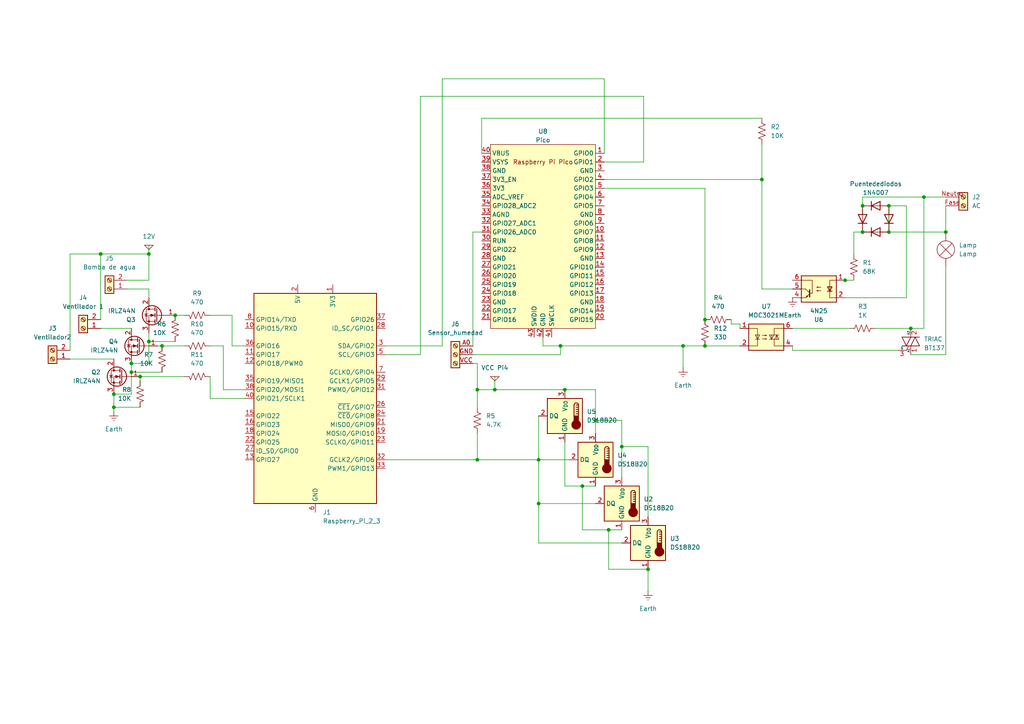
<source format=kicad_sch>
(kicad_sch (version 20231120) (generator "eeschema") (generator_version "8.0")
  (paper "A4")
  (lib_symbols
    (symbol "Connector:Raspberry_Pi_2_3"
      (property "Reference" "J1" (at 2.1941 -33.02 0))
      (property "Value" "Raspberry_Pi_2_3" (at 2.1941 -35.56 0))
      (symbol "Raspberry_Pi_2_3_0_1"
        (rectangle (start -17.78 30.48) (end 17.78 -30.48) (stroke (width 0.254)) (fill (type background)))
      )
      (symbol "Raspberry_Pi_2_3_1_1"
        (pin power_in line (at 5.08 33.02 270) (length 2.54) (name "3V3") (number "1"))
        (pin bidirectional line (at -20.32 20.32 0) (length 2.54) (name "GPIO15/RXD") (number "10"))
        (pin bidirectional line (at -20.32 12.7 0) (length 2.54) (name "GPIO17") (number "11"))
        (pin bidirectional line (at -20.32 10.16 0) (length 2.54) (name "GPIO18/PWM0") (number "12"))
        (pin bidirectional line (at -20.32 -17.78 0) (length 2.54) (name "GPIO27") (number "13"))
        (pin passive line (at 0 -33.02 90) (length 2.54) hide (name "GND") (number "14"))
        (pin bidirectional line (at -20.32 -5.08 0) (length 2.54) (name "GPIO22") (number "15"))
        (pin bidirectional line (at -20.32 -7.62 0) (length 2.54) (name "GPIO23") (number "16"))
        (pin passive line (at 5.08 33.02 270) (length 2.54) hide (name "3V3") (number "17"))
        (pin bidirectional line (at -20.32 -10.16 0) (length 2.54) (name "GPIO24") (number "18"))
        (pin bidirectional line (at 20.32 -10.16 180) (length 2.54) (name "MOSI0/GPIO10") (number "19"))
        (pin power_in line (at -5.08 33.02 270) (length 2.54) (name "5V") (number "2"))
        (pin passive line (at 0 -33.02 90) (length 2.54) hide (name "GND") (number "20"))
        (pin bidirectional line (at 20.32 -7.62 180) (length 2.54) (name "MISO0/GPIO9") (number "21"))
        (pin bidirectional line (at -20.32 -12.7 0) (length 2.54) (name "GPIO25") (number "22"))
        (pin bidirectional line (at 20.32 -12.7 180) (length 2.54) (name "SCLK0/GPIO11") (number "23"))
        (pin bidirectional line (at 20.32 -5.08 180) (length 2.54) (name "~{CE0}/GPIO8") (number "24"))
        (pin passive line (at 0 -33.02 90) (length 2.54) hide (name "GND") (number "25"))
        (pin bidirectional line (at 20.32 -2.54 180) (length 2.54) (name "~{CE1}/GPIO7") (number "26"))
        (pin bidirectional line (at -20.32 -15.24 0) (length 2.54) (name "ID_SD/GPIO0") (number "27"))
        (pin bidirectional line (at 20.32 20.32 180) (length 2.54) (name "ID_SC/GPIO1") (number "28"))
        (pin bidirectional line (at 20.32 5.08 180) (length 2.54) (name "GCLK1/GPIO5") (number "29"))
        (pin bidirectional line (at 20.32 15.24 180) (length 2.54) (name "SDA/GPIO2") (number "3"))
        (pin passive line (at 0 -33.02 90) (length 2.54) hide (name "GND") (number "30"))
        (pin bidirectional line (at 20.32 2.54 180) (length 2.54) (name "PWM0/GPIO12") (number "31"))
        (pin bidirectional line (at 20.32 -17.78 180) (length 2.54) (name "GCLK2/GPIO6") (number "32"))
        (pin bidirectional line (at 20.32 -20.32 180) (length 2.54) (name "PWM1/GPIO13") (number "33"))
        (pin passive line (at 0 -33.02 90) (length 2.54) hide (name "GND") (number "34"))
        (pin bidirectional line (at -20.32 5.08 0) (length 2.54) (name "GPIO19/MISO1") (number "35"))
        (pin bidirectional line (at -20.32 15.24 0) (length 2.54) (name "GPIO16") (number "36"))
        (pin bidirectional line (at 20.32 22.86 180) (length 2.54) (name "GPIO26") (number "37"))
        (pin bidirectional line (at -20.32 2.54 0) (length 2.54) (name "GPIO20/MOSI1") (number "38"))
        (pin passive line (at 0 -33.02 90) (length 2.54) hide (name "GND") (number "39"))
        (pin passive line (at -5.08 33.02 270) (length 2.54) hide (name "5V") (number "4"))
        (pin bidirectional line (at -20.32 0 0) (length 2.54) (name "GPIO21/SCLK1") (number "40"))
        (pin bidirectional line (at 20.32 12.7 180) (length 2.54) (name "SCL/GPIO3") (number "5"))
        (pin power_in line (at 0 -33.02 90) (length 2.54) (name "GND") (number "6"))
        (pin bidirectional line (at 20.32 7.62 180) (length 2.54) (name "GCLK0/GPIO4") (number "7"))
        (pin bidirectional line (at -20.32 22.86 0) (length 2.54) (name "GPIO14/TXD") (number "8"))
        (pin passive line (at 0 -33.02 90) (length 2.54) hide (name "GND") (number "9"))
      )
    )
    (symbol "Connector:Screw_Terminal_01x02" (pin_names (offset 1.016) hide)
      (property "Reference" "J" (at 0 2.54 0))
      (property "Value" "Screw_Terminal_01x02" (at 0 -5.08 0))
      (symbol "Screw_Terminal_01x02_1_1"
        (rectangle (start -1.27 1.27) (end 1.27 -3.81) (stroke (width 0.254)) (fill (type background)))
        (circle (center 0 -2.54) (radius 0.635) (stroke (width 0.1524)))
        (polyline (pts (xy -0.5334 -2.2098) (xy 0.3302 -3.048)) (stroke (width 0.1524)))
        (polyline (pts (xy -0.5334 0.3302) (xy 0.3302 -0.508)) (stroke (width 0.1524)))
        (polyline (pts (xy -0.3556 -2.032) (xy 0.508 -2.8702)) (stroke (width 0.1524)))
        (polyline (pts (xy -0.3556 0.508) (xy 0.508 -0.3302)) (stroke (width 0.1524)))
        (circle (center 0 0) (radius 0.635) (stroke (width 0.1524)))
        (pin passive line (at -5.08 0 0) (length 3.81) (name "Pin_1") (number "1"))
        (pin passive line (at -5.08 -2.54 0) (length 3.81) (name "Pin_2") (number "2"))
      )
    )
    (symbol "Connector:Screw_Terminal_01x03" (pin_names (offset 1.016) hide)
      (property "Reference" "J6" (at 0 -8.89 0))
      (property "Value" "Sensor_humedad" (at 0 -6.35 0))
      (symbol "Screw_Terminal_01x03_1_1"
        (rectangle (start -1.27 3.81) (end 1.27 -3.81) (stroke (width 0.254)) (fill (type background)))
        (circle (center 0 -2.54) (radius 0.635) (stroke (width 0.1524)))
        (polyline (pts (xy -0.5334 -2.2098) (xy 0.3302 -3.048)) (stroke (width 0.1524)))
        (polyline (pts (xy -0.5334 0.3302) (xy 0.3302 -0.508)) (stroke (width 0.1524)))
        (polyline (pts (xy -0.5334 2.8702) (xy 0.3302 2.032)) (stroke (width 0.1524)))
        (polyline (pts (xy -0.3556 -2.032) (xy 0.508 -2.8702)) (stroke (width 0.1524)))
        (polyline (pts (xy -0.3556 0.508) (xy 0.508 -0.3302)) (stroke (width 0.1524)))
        (polyline (pts (xy -0.3556 3.048) (xy 0.508 2.2098)) (stroke (width 0.1524)))
        (circle (center 0 0) (radius 0.635) (stroke (width 0.1524)))
        (circle (center 0 2.54) (radius 0.635) (stroke (width 0.1524)))
        (pin passive line (at -5.08 -2.54 0) (length 3.81) (name "A0") (number "A0"))
        (pin passive line (at -5.08 0 0) (length 3.81) (name "GND") (number "GND"))
        (pin passive line (at -5.08 2.54 0) (length 3.81) (name "VCC") (number "VCC"))
      )
    )
    (symbol "Device:Lamp" (pin_numbers hide) (pin_names (offset 0.0254) hide)
      (property "Reference" "LA" (at 0.635 3.81 0))
      (property "Value" "Lamp" (at 0.635 -3.81 0))
      (symbol "Lamp_0_1"
        (polyline (pts (xy -1.778 1.778) (xy 1.778 -1.778)))
        (polyline (pts (xy 1.778 1.778) (xy -1.778 -1.778)))
        (circle (center 0 0) (radius 2.54))
      )
      (symbol "Lamp_1_1"
        (pin passive line (at 0 -5.08 90) (length 2.54) (name "-") (number "1"))
        (pin passive line (at 0 5.08 270) (length 2.54) (name "+") (number "2"))
      )
    )
    (symbol "Device:R_US" (pin_numbers hide) (pin_names (offset 0))
      (property "Reference" "R" (at 2.54 0 90))
      (property "Value" "R_US" (at -2.54 0 90))
      (symbol "R_US_0_1"
        (polyline (pts (xy 0 -2.286) (xy 0 -2.54)))
        (polyline (pts (xy 0 2.286) (xy 0 2.54)))
        (polyline (pts (xy 0 -0.762) (xy 1.016 -1.143) (xy 0 -1.524) (xy -1.016 -1.905) (xy 0 -2.286)))
        (polyline (pts (xy 0 0.762) (xy 1.016 0.381) (xy 0 0) (xy -1.016 -0.381) (xy 0 -0.762)))
        (polyline (pts (xy 0 2.286) (xy 1.016 1.905) (xy 0 1.524) (xy -1.016 1.143) (xy 0 0.762)))
      )
      (symbol "R_US_1_1"
        (pin passive line (at 0 3.81 270) (length 1.27) (name "~") (number "1"))
        (pin passive line (at 0 -3.81 90) (length 1.27) (name "~") (number "2"))
      )
    )
    (symbol "Diode:1N4007" (pin_numbers hide) (pin_names hide)
      (property "Reference" "D" (at 0 2.54 0))
      (property "Value" "1N4007" (at 0 -2.54 0))
      (symbol "1N4007_0_1"
        (polyline (pts (xy -1.27 1.27) (xy -1.27 -1.27)) (stroke (width 0.254)))
        (polyline (pts (xy 1.27 0) (xy -1.27 0)))
        (polyline (pts (xy 1.27 1.27) (xy 1.27 -1.27) (xy -1.27 0) (xy 1.27 1.27)) (stroke (width 0.254)))
      )
      (symbol "1N4007_1_1"
        (pin passive line (at -3.81 0 0) (length 2.54) (name "K") (number "1"))
        (pin passive line (at 3.81 0 180) (length 2.54) (name "A") (number "2"))
      )
    )
    (symbol "Isolator:4N25" (pin_names (offset 1.016))
      (property "Reference" "U" (at -5.08 5.08 0))
      (property "Value" "4N25" (at 0 5.08 0))
      (symbol "4N25_0_1"
        (rectangle (start -5.08 3.81) (end 5.08 -3.81) (stroke (width 0.254)) (fill (type background)))
        (polyline (pts (xy -3.81 -0.635) (xy -2.54 -0.635)) (stroke (width 0.254)))
        (polyline (pts (xy 2.667 -1.397) (xy 3.81 -2.54)))
        (polyline (pts (xy 2.667 -1.143) (xy 3.81 0)))
        (polyline (pts (xy 3.81 -2.54) (xy 5.08 -2.54)))
        (polyline (pts (xy 3.81 0) (xy 5.08 0)))
        (polyline (pts (xy 2.667 -0.254) (xy 2.667 -2.286) (xy 2.667 -2.286)) (stroke (width 0.3556)))
        (polyline (pts (xy -5.08 -2.54) (xy -3.175 -2.54) (xy -3.175 2.54) (xy -5.08 2.54)))
        (polyline (pts (xy -3.175 -0.635) (xy -3.81 0.635) (xy -2.54 0.635) (xy -3.175 -0.635)) (stroke (width 0.254)))
        (polyline (pts (xy 3.683 -2.413) (xy 3.429 -1.905) (xy 3.175 -2.159) (xy 3.683 -2.413)))
        (polyline (pts (xy 5.08 2.54) (xy 1.905 2.54) (xy 1.905 -1.27) (xy 2.54 -1.27)))
        (polyline (pts (xy -0.635 -0.508) (xy 0.635 -0.508) (xy 0.254 -0.635) (xy 0.254 -0.381) (xy 0.635 -0.508)))
        (polyline (pts (xy -0.635 0.508) (xy 0.635 0.508) (xy 0.254 0.381) (xy 0.254 0.635) (xy 0.635 0.508)))
      )
      (symbol "4N25_1_1"
        (pin passive line (at -7.62 2.54 0) (length 2.54) (name "~") (number "1"))
        (pin passive line (at -7.62 -2.54 0) (length 2.54) (name "~") (number "2"))
        (pin no_connect line (at -5.08 0 0) (length 2.54) hide (name "NC") (number "3"))
        (pin passive line (at 7.62 -2.54 180) (length 2.54) (name "~") (number "4"))
        (pin passive line (at 7.62 0 180) (length 2.54) (name "~") (number "5"))
        (pin passive line (at 7.62 2.54 180) (length 2.54) (name "~") (number "6"))
      )
    )
    (symbol "MCU_RaspberryPi_and_Boards:Pico"
      (property "Reference" "U" (at -13.97 27.94 0))
      (property "Value" "Pico" (at 0 19.05 0))
      (symbol "Pico_0_0"
        (text "Raspberry Pi Pico" (at 0 21.59 0) (effects (font (size 1.27 1.27))))
      )
      (symbol "Pico_0_1"
        (rectangle (start -15.24 26.67) (end 15.24 -26.67) (fill (type background)))
      )
      (symbol "Pico_1_1"
        (pin bidirectional line (at -17.78 24.13 0) (length 2.54) (name "GPIO0") (number "1"))
        (pin bidirectional line (at -17.78 1.27 0) (length 2.54) (name "GPIO7") (number "10"))
        (pin bidirectional line (at -17.78 -1.27 0) (length 2.54) (name "GPIO8") (number "11"))
        (pin bidirectional line (at -17.78 -3.81 0) (length 2.54) (name "GPIO9") (number "12"))
        (pin power_in line (at -17.78 -6.35 0) (length 2.54) (name "GND") (number "13"))
        (pin bidirectional line (at -17.78 -8.89 0) (length 2.54) (name "GPIO10") (number "14"))
        (pin bidirectional line (at -17.78 -11.43 0) (length 2.54) (name "GPIO11") (number "15"))
        (pin bidirectional line (at -17.78 -13.97 0) (length 2.54) (name "GPIO12") (number "16"))
        (pin bidirectional line (at -17.78 -16.51 0) (length 2.54) (name "GPIO13") (number "17"))
        (pin power_in line (at -17.78 -19.05 0) (length 2.54) (name "GND") (number "18"))
        (pin bidirectional line (at -17.78 -21.59 0) (length 2.54) (name "GPIO14") (number "19"))
        (pin bidirectional line (at -17.78 21.59 0) (length 2.54) (name "GPIO1") (number "2"))
        (pin bidirectional line (at -17.78 -24.13 0) (length 2.54) (name "GPIO15") (number "20"))
        (pin bidirectional line (at 17.78 -24.13 180) (length 2.54) (name "GPIO16") (number "21"))
        (pin bidirectional line (at 17.78 -21.59 180) (length 2.54) (name "GPIO17") (number "22"))
        (pin power_in line (at 17.78 -19.05 180) (length 2.54) (name "GND") (number "23"))
        (pin bidirectional line (at 17.78 -16.51 180) (length 2.54) (name "GPIO18") (number "24"))
        (pin bidirectional line (at 17.78 -13.97 180) (length 2.54) (name "GPIO19") (number "25"))
        (pin bidirectional line (at 17.78 -11.43 180) (length 2.54) (name "GPIO20") (number "26"))
        (pin bidirectional line (at 17.78 -8.89 180) (length 2.54) (name "GPIO21") (number "27"))
        (pin power_in line (at 17.78 -6.35 180) (length 2.54) (name "GND") (number "28"))
        (pin bidirectional line (at 17.78 -3.81 180) (length 2.54) (name "GPIO22") (number "29"))
        (pin power_in line (at -17.78 19.05 0) (length 2.54) (name "GND") (number "3"))
        (pin input line (at 17.78 -1.27 180) (length 2.54) (name "RUN") (number "30"))
        (pin bidirectional line (at 17.78 1.27 180) (length 2.54) (name "GPIO26_ADC0") (number "31"))
        (pin bidirectional line (at 17.78 3.81 180) (length 2.54) (name "GPIO27_ADC1") (number "32"))
        (pin power_in line (at 17.78 6.35 180) (length 2.54) (name "AGND") (number "33"))
        (pin bidirectional line (at 17.78 8.89 180) (length 2.54) (name "GPIO28_ADC2") (number "34"))
        (pin power_in line (at 17.78 11.43 180) (length 2.54) (name "ADC_VREF") (number "35"))
        (pin power_in line (at 17.78 13.97 180) (length 2.54) (name "3V3") (number "36"))
        (pin input line (at 17.78 16.51 180) (length 2.54) (name "3V3_EN") (number "37"))
        (pin bidirectional line (at 17.78 19.05 180) (length 2.54) (name "GND") (number "38"))
        (pin power_in line (at 17.78 21.59 180) (length 2.54) (name "VSYS") (number "39"))
        (pin bidirectional line (at -17.78 16.51 0) (length 2.54) (name "GPIO2") (number "4"))
        (pin power_in line (at 17.78 24.13 180) (length 2.54) (name "VBUS") (number "40"))
        (pin input line (at -2.54 -29.21 90) (length 2.54) (name "SWCLK") (number "41"))
        (pin power_in line (at 0 -29.21 90) (length 2.54) (name "GND") (number "42"))
        (pin bidirectional line (at 2.54 -29.21 90) (length 2.54) (name "SWDIO") (number "43"))
        (pin bidirectional line (at -17.78 13.97 0) (length 2.54) (name "GPIO3") (number "5"))
        (pin bidirectional line (at -17.78 11.43 0) (length 2.54) (name "GPIO4") (number "6"))
        (pin bidirectional line (at -17.78 8.89 0) (length 2.54) (name "GPIO5") (number "7"))
        (pin power_in line (at -17.78 6.35 0) (length 2.54) (name "GND") (number "8"))
        (pin bidirectional line (at -17.78 3.81 0) (length 2.54) (name "GPIO6") (number "9"))
      )
    )
    (symbol "Relay_SolidState:MOC3021M"
      (property "Reference" "U" (at -5.334 4.826 0))
      (property "Value" "MOC3021M" (at 0 5.08 0))
      (symbol "MOC3021M_0_1"
        (rectangle (start -5.08 3.81) (end 5.08 -3.81) (stroke (width 0.254)) (fill (type background)))
        (polyline (pts (xy -3.175 -0.635) (xy -1.905 -0.635)))
        (polyline (pts (xy 1.524 -0.635) (xy 1.524 0.635)))
        (polyline (pts (xy 3.048 0.635) (xy 3.048 -0.635)))
        (polyline (pts (xy 2.286 -0.635) (xy 2.286 -2.54) (xy 5.08 -2.54)))
        (polyline (pts (xy 2.286 0.635) (xy 2.286 2.54) (xy 5.08 2.54)))
        (polyline (pts (xy -5.08 2.54) (xy -2.54 2.54) (xy -2.54 -2.54) (xy -5.08 -2.54)))
        (polyline (pts (xy -2.54 -0.635) (xy -3.175 0.635) (xy -1.905 0.635) (xy -2.54 -0.635)))
        (polyline (pts (xy 0.889 -0.635) (xy 3.683 -0.635) (xy 3.048 0.635) (xy 2.413 -0.635)))
        (polyline (pts (xy 3.683 0.635) (xy 0.889 0.635) (xy 1.524 -0.635) (xy 2.159 0.635)))
        (polyline (pts (xy -1.143 -0.508) (xy 0.127 -0.508) (xy -0.254 -0.635) (xy -0.254 -0.381) (xy 0.127 -0.508)))
        (polyline (pts (xy -1.143 0.508) (xy 0.127 0.508) (xy -0.254 0.381) (xy -0.254 0.635) (xy 0.127 0.508)))
      )
      (symbol "MOC3021M_1_1"
        (pin passive line (at -7.62 2.54 0) (length 2.54) (name "~") (number "1"))
        (pin passive line (at -7.62 -2.54 0) (length 2.54) (name "~") (number "2"))
        (pin no_connect line (at -5.08 0 0) (length 2.54) hide (name "NC") (number "3"))
        (pin passive line (at 7.62 -2.54 180) (length 2.54) (name "~") (number "4"))
        (pin no_connect line (at 5.08 0 180) (length 2.54) hide (name "NC") (number "5"))
        (pin passive line (at 7.62 2.54 180) (length 2.54) (name "~") (number "6"))
      )
    )
    (symbol "Screw_Terminal_01x02_1" (pin_names (offset 1.016) hide)
      (property "Reference" "J2" (at 2.54 0.0001 0))
      (property "Value" "AC" (at 2.54 -2.5399 0))
      (symbol "Screw_Terminal_01x02_1_1_1"
        (rectangle (start -1.27 1.27) (end 1.27 -3.81) (stroke (width 0.254)) (fill (type background)))
        (circle (center 0 -2.54) (radius 0.635) (stroke (width 0.1524)))
        (polyline (pts (xy -0.5334 -2.2098) (xy 0.3302 -3.048)) (stroke (width 0.1524)))
        (polyline (pts (xy -0.5334 0.3302) (xy 0.3302 -0.508)) (stroke (width 0.1524)))
        (polyline (pts (xy -0.3556 -2.032) (xy 0.508 -2.8702)) (stroke (width 0.1524)))
        (polyline (pts (xy -0.3556 0.508) (xy 0.508 -0.3302)) (stroke (width 0.1524)))
        (circle (center 0 0) (radius 0.635) (stroke (width 0.1524)))
        (pin passive line (at -5.08 -2.54 0) (length 3.81) (name "Fase") (number "Fase"))
        (pin passive line (at -5.08 0 0) (length 3.81) (name "Neutro") (number "Neutro"))
      )
    )
    (symbol "Sensor_Temperature:DS18B20"
      (property "Reference" "U" (at -3.81 6.35 0))
      (property "Value" "DS18B20" (at 6.35 6.35 0))
      (symbol "DS18B20_0_1"
        (rectangle (start -5.08 5.08) (end 5.08 -5.08) (stroke (width 0.254)) (fill (type background)))
        (circle (center -3.302 -2.54) (radius 1.27) (stroke (width 0.254)) (fill (type outline)))
        (rectangle (start -2.667 -1.905) (end -3.937 0) (stroke (width 0.254)) (fill (type outline)))
        (arc (start -2.667 3.175) (mid -3.302 3.8073) (end -3.937 3.175) (stroke (width 0.254)))
        (polyline (pts (xy -3.937 0.635) (xy -3.302 0.635)) (stroke (width 0.254)))
        (polyline (pts (xy -3.937 1.27) (xy -3.302 1.27)) (stroke (width 0.254)))
        (polyline (pts (xy -3.937 1.905) (xy -3.302 1.905)) (stroke (width 0.254)))
        (polyline (pts (xy -3.937 2.54) (xy -3.302 2.54)) (stroke (width 0.254)))
        (polyline (pts (xy -3.937 3.175) (xy -3.937 0)) (stroke (width 0.254)))
        (polyline (pts (xy -3.937 3.175) (xy -3.302 3.175)) (stroke (width 0.254)))
        (polyline (pts (xy -2.667 3.175) (xy -2.667 0)) (stroke (width 0.254)))
      )
      (symbol "DS18B20_1_1"
        (pin power_in line (at 0 -7.62 90) (length 2.54) (name "GND") (number "1"))
        (pin bidirectional line (at 7.62 0 180) (length 2.54) (name "DQ") (number "2"))
        (pin power_in line (at 0 7.62 270) (length 2.54) (name "V_{DD}") (number "3"))
      )
    )
    (symbol "Simulation_SPICE:0" (power) (pin_numbers hide) (pin_names (offset 0) hide)
      (property "Value" "0" (at 0 -2.54 0))
      (symbol "0_0_1"
        (polyline (pts (xy -1.27 0) (xy 0 -1.27) (xy 1.27 0) (xy -1.27 0)))
      )
      (symbol "0_1_1"
        (pin power_in line (at 0 0 0) (length 0) (name "~") (number "1"))
      )
    )
    (symbol "Transistor_FET:IRLZ44N" (pin_names hide)
      (property "Reference" "Q" (at 5.08 1.905 0))
      (property "Value" "IRLZ44N" (at 5.08 0 0))
      (symbol "IRLZ44N_0_1"
        (polyline (pts (xy 0.254 0) (xy -2.54 0)))
        (polyline (pts (xy 0.254 1.905) (xy 0.254 -1.905)) (stroke (width 0.254)))
        (polyline (pts (xy 0.762 -1.27) (xy 0.762 -2.286)) (stroke (width 0.254)))
        (polyline (pts (xy 0.762 0.508) (xy 0.762 -0.508)) (stroke (width 0.254)))
        (polyline (pts (xy 0.762 2.286) (xy 0.762 1.27)) (stroke (width 0.254)))
        (polyline (pts (xy 2.54 2.54) (xy 2.54 1.778)))
        (polyline (pts (xy 2.54 -2.54) (xy 2.54 0) (xy 0.762 0)))
        (polyline (pts (xy 0.762 -1.778) (xy 3.302 -1.778) (xy 3.302 1.778) (xy 0.762 1.778)))
        (polyline (pts (xy 1.016 0) (xy 2.032 0.381) (xy 2.032 -0.381) (xy 1.016 0)) (fill (type outline)))
        (polyline (pts (xy 2.794 0.508) (xy 2.921 0.381) (xy 3.683 0.381) (xy 3.81 0.254)))
        (polyline (pts (xy 3.302 0.381) (xy 2.921 -0.254) (xy 3.683 -0.254) (xy 3.302 0.381)))
        (circle (center 1.651 0) (radius 2.794) (stroke (width 0.254)))
        (circle (center 2.54 -1.778) (radius 0.254) (fill (type outline)))
        (circle (center 2.54 1.778) (radius 0.254) (fill (type outline)))
      )
      (symbol "IRLZ44N_1_1"
        (pin input line (at -5.08 0 0) (length 2.54) (name "G") (number "1"))
        (pin passive line (at 2.54 5.08 270) (length 2.54) (name "D") (number "2"))
        (pin passive line (at 2.54 -5.08 90) (length 2.54) (name "S") (number "3"))
      )
    )
    (symbol "Triac_Thyristor:BT138-600" (pin_names (offset 0))
      (property "Reference" "Q" (at 5.08 1.905 0))
      (property "Value" "BT138-600" (at 5.08 0 0))
      (symbol "BT138-600_0_1"
        (polyline (pts (xy -2.54 -1.27) (xy 2.54 -1.27)) (stroke (width 0.2032)))
        (polyline (pts (xy -2.54 1.27) (xy 2.54 1.27)) (stroke (width 0.2032)))
        (polyline (pts (xy -1.27 -2.54) (xy -0.635 -1.27)))
        (polyline (pts (xy -2.54 1.27) (xy -1.27 -1.27) (xy 0 1.27)) (stroke (width 0.2032)))
        (polyline (pts (xy 0 -1.27) (xy 1.27 1.27) (xy 2.54 -1.27)) (stroke (width 0.2032)))
      )
      (symbol "BT138-600_1_1"
        (pin passive line (at 0 -3.81 90) (length 2.54) (name "A1") (number "1"))
        (pin passive line (at 0 3.81 270) (length 2.54) (name "A2") (number "2"))
        (pin input line (at -3.81 -2.54 0) (length 2.54) (name "G") (number "3"))
      )
    )
    (symbol "power:Earth" (power) (pin_numbers hide) (pin_names (offset 0) hide)
      (property "Value" "Earth" (at 0 -3.81 0))
      (symbol "Earth_0_1"
        (polyline (pts (xy -0.635 -1.905) (xy 0.635 -1.905)))
        (polyline (pts (xy -0.127 -2.54) (xy 0.127 -2.54)))
        (polyline (pts (xy 0 -1.27) (xy 0 0)))
        (polyline (pts (xy 1.27 -1.27) (xy -1.27 -1.27)))
      )
      (symbol "Earth_1_1"
        (pin power_in line (at 0 0 270) (length 0) (name "~") (number "1"))
      )
    )
  )
  (junction (at 176.53 153.67))
  (junction (at 162.56 100.33))
  (junction (at 43.18 73.66))
  (junction (at 156.21 133.35))
  (junction (at 198.12 100.33))
  (junction (at 46.99 100.33))
  (junction (at 163.83 113.03))
  (junction (at 143.51 113.03))
  (junction (at 33.02 118.11))
  (junction (at 204.47 100.33))
  (junction (at 274.32 67.31))
  (junction (at 204.47 92.71))
  (junction (at 50.8 91.44))
  (junction (at 257.81 67.31))
  (junction (at 172.72 121.92))
  (junction (at 138.43 133.35))
  (junction (at 38.1 105.41))
  (junction (at 264.16 95.25))
  (junction (at 33.02 114.3))
  (junction (at 138.43 113.03))
  (junction (at 29.21 73.66))
  (junction (at 267.97 57.15))
  (junction (at 180.34 129.54))
  (junction (at 168.91 140.97))
  (junction (at 40.64 109.22))
  (junction (at 245.11 81.28))
  (junction (at 156.21 146.05))
  (junction (at 250.19 67.31))
  (junction (at 250.19 59.69))
  (junction (at 257.81 59.69))
  (junction (at 38.1 107.95))
  (junction (at 187.96 165.1))
  (junction (at 220.98 52.07))
  (junction (at 43.18 99.06))
  (wire (pts (xy 204.47 54.61) (xy 204.47 92.71)))
  (wire (pts (xy 172.72 121.92) (xy 172.72 125.73)))
  (wire (pts (xy 137.16 102.87) (xy 162.56 102.87)))
  (wire (pts (xy 137.16 105.41) (xy 138.43 105.41)))
  (wire (pts (xy 247.65 67.31) (xy 250.19 67.31)))
  (wire (pts (xy 172.72 146.05) (xy 156.21 146.05)))
  (wire (pts (xy 262.89 59.69) (xy 262.89 86.36)))
  (wire (pts (xy 53.34 91.44) (xy 50.8 91.44)))
  (wire (pts (xy 33.02 118.11) (xy 33.02 119.38)))
  (wire (pts (xy 212.09 93.98) (xy 214.63 93.98)))
  (wire (pts (xy 187.96 165.1) (xy 176.53 165.1)))
  (wire (pts (xy 229.87 101.6) (xy 229.87 100.33)))
  (wire (pts (xy 220.98 41.91) (xy 220.98 52.07)))
  (wire (pts (xy 175.26 22.86) (xy 175.26 44.45)))
  (wire (pts (xy 186.69 27.94) (xy 186.69 46.99)))
  (wire (pts (xy 162.56 100.33) (xy 198.12 100.33)))
  (wire (pts (xy 247.65 73.66) (xy 247.65 67.31)))
  (wire (pts (xy 137.16 67.31) (xy 139.7 67.31)))
  (wire (pts (xy 250.19 59.69) (xy 250.19 57.15)))
  (wire (pts (xy 229.87 101.6) (xy 260.35 101.6)))
  (wire (pts (xy 43.18 96.52) (xy 43.18 99.06)))
  (wire (pts (xy 180.34 153.67) (xy 176.53 153.67)))
  (wire (pts (xy 64.77 100.33) (xy 64.77 113.03)))
  (wire (pts (xy 176.53 153.67) (xy 168.91 153.67)))
  (wire (pts (xy 60.96 115.57) (xy 71.12 115.57)))
  (wire (pts (xy 180.34 138.43) (xy 180.34 129.54)))
  (wire (pts (xy 254 95.25) (xy 264.16 95.25)))
  (wire (pts (xy 157.48 100.33) (xy 162.56 100.33)))
  (wire (pts (xy 46.99 107.95) (xy 38.1 107.95)))
  (wire (pts (xy 156.21 133.35) (xy 165.1 133.35)))
  (wire (pts (xy 43.18 73.66) (xy 43.18 71.12)))
  (wire (pts (xy 128.27 22.86) (xy 175.26 22.86)))
  (wire (pts (xy 64.77 113.03) (xy 71.12 113.03)))
  (wire (pts (xy 168.91 153.67) (xy 168.91 140.97)))
  (wire (pts (xy 138.43 113.03) (xy 143.51 113.03)))
  (wire (pts (xy 245.11 81.28) (xy 247.65 81.28)))
  (wire (pts (xy 204.47 100.33) (xy 214.63 100.33)))
  (wire (pts (xy 29.21 92.71) (xy 29.21 73.66)))
  (wire (pts (xy 187.96 149.86) (xy 187.96 129.54)))
  (wire (pts (xy 175.26 54.61) (xy 204.47 54.61)))
  (wire (pts (xy 198.12 100.33) (xy 198.12 106.68)))
  (wire (pts (xy 214.63 93.98) (xy 214.63 95.25)))
  (wire (pts (xy 257.81 59.69) (xy 262.89 59.69)))
  (wire (pts (xy 274.32 102.87) (xy 264.16 102.87)))
  (wire (pts (xy 168.91 140.97) (xy 172.72 140.97)))
  (wire (pts (xy 53.34 109.22) (xy 40.64 109.22)))
  (wire (pts (xy 172.72 113.03) (xy 172.72 121.92)))
  (wire (pts (xy 60.96 100.33) (xy 64.77 100.33)))
  (wire (pts (xy 40.64 118.11) (xy 33.02 118.11)))
  (wire (pts (xy 229.87 95.25) (xy 246.38 95.25)))
  (wire (pts (xy 187.96 165.1) (xy 187.96 171.45)))
  (wire (pts (xy 60.96 91.44) (xy 67.31 91.44)))
  (wire (pts (xy 36.83 83.82) (xy 43.18 83.82)))
  (wire (pts (xy 121.92 27.94) (xy 121.92 102.87)))
  (wire (pts (xy 267.97 95.25) (xy 264.16 95.25)))
  (wire (pts (xy 242.57 81.28) (xy 245.11 81.28)))
  (wire (pts (xy 67.31 91.44) (xy 67.31 100.33)))
  (wire (pts (xy 33.02 104.14) (xy 20.32 104.14)))
  (wire (pts (xy 43.18 105.41) (xy 38.1 105.41)))
  (wire (pts (xy 33.02 114.3) (xy 38.1 114.3)))
  (wire (pts (xy 138.43 133.35) (xy 111.76 133.35)))
  (wire (pts (xy 163.83 113.03) (xy 172.72 113.03)))
  (wire (pts (xy 46.99 100.33) (xy 45.72 100.33)))
  (wire (pts (xy 33.02 114.3) (xy 33.02 118.11)))
  (wire (pts (xy 212.09 92.71) (xy 212.09 93.98)))
  (wire (pts (xy 176.53 165.1) (xy 176.53 153.67)))
  (wire (pts (xy 111.76 100.33) (xy 128.27 100.33)))
  (wire (pts (xy 175.26 52.07) (xy 220.98 52.07)))
  (wire (pts (xy 137.16 67.31) (xy 137.16 100.33)))
  (wire (pts (xy 138.43 113.03) (xy 138.43 118.11)))
  (wire (pts (xy 198.12 100.33) (xy 204.47 100.33)))
  (wire (pts (xy 274.32 59.69) (xy 274.32 67.31)))
  (wire (pts (xy 43.18 81.28) (xy 43.18 73.66)))
  (wire (pts (xy 220.98 83.82) (xy 229.87 83.82)))
  (wire (pts (xy 267.97 57.15) (xy 274.32 57.15)))
  (wire (pts (xy 156.21 157.48) (xy 156.21 146.05)))
  (wire (pts (xy 180.34 157.48) (xy 156.21 157.48)))
  (wire (pts (xy 139.7 34.29) (xy 220.98 34.29)))
  (wire (pts (xy 40.64 110.49) (xy 40.64 109.22)))
  (wire (pts (xy 43.18 99.06) (xy 43.18 105.41)))
  (wire (pts (xy 163.83 140.97) (xy 168.91 140.97)))
  (wire (pts (xy 157.48 100.33) (xy 157.48 97.79)))
  (wire (pts (xy 187.96 129.54) (xy 180.34 129.54)))
  (wire (pts (xy 143.51 113.03) (xy 163.83 113.03)))
  (wire (pts (xy 267.97 57.15) (xy 267.97 95.25)))
  (wire (pts (xy 29.21 73.66) (xy 20.32 73.66)))
  (wire (pts (xy 60.96 109.22) (xy 60.96 115.57)))
  (wire (pts (xy 262.89 86.36) (xy 245.11 86.36)))
  (wire (pts (xy 156.21 120.65) (xy 156.21 133.35)))
  (wire (pts (xy 121.92 102.87) (xy 111.76 102.87)))
  (wire (pts (xy 53.34 100.33) (xy 46.99 100.33)))
  (wire (pts (xy 250.19 57.15) (xy 267.97 57.15)))
  (wire (pts (xy 175.26 46.99) (xy 186.69 46.99)))
  (wire (pts (xy 139.7 44.45) (xy 139.7 34.29)))
  (wire (pts (xy 162.56 102.87) (xy 162.56 100.33)))
  (wire (pts (xy 43.18 73.66) (xy 29.21 73.66)))
  (wire (pts (xy 138.43 105.41) (xy 138.43 113.03)))
  (wire (pts (xy 38.1 95.25) (xy 29.21 95.25)))
  (wire (pts (xy 43.18 83.82) (xy 43.18 86.36)))
  (wire (pts (xy 50.8 99.06) (xy 43.18 99.06)))
  (wire (pts (xy 36.83 81.28) (xy 43.18 81.28)))
  (wire (pts (xy 180.34 121.92) (xy 172.72 121.92)))
  (wire (pts (xy 274.32 77.47) (xy 274.32 102.87)))
  (wire (pts (xy 128.27 100.33) (xy 128.27 22.86)))
  (wire (pts (xy 156.21 146.05) (xy 156.21 133.35)))
  (wire (pts (xy 220.98 52.07) (xy 220.98 83.82)))
  (wire (pts (xy 20.32 101.6) (xy 20.32 73.66)))
  (wire (pts (xy 138.43 133.35) (xy 138.43 125.73)))
  (wire (pts (xy 38.1 107.95) (xy 38.1 105.41)))
  (wire (pts (xy 143.51 109.22) (xy 143.51 113.03)))
  (wire (pts (xy 163.83 128.27) (xy 163.83 140.97)))
  (wire (pts (xy 257.81 67.31) (xy 274.32 67.31)))
  (wire (pts (xy 38.1 114.3) (xy 38.1 107.95)))
  (wire (pts (xy 180.34 129.54) (xy 180.34 121.92)))
  (wire (pts (xy 121.92 27.94) (xy 186.69 27.94)))
  (wire (pts (xy 257.81 59.69) (xy 257.81 67.31)))
  (wire (pts (xy 67.31 100.33) (xy 71.12 100.33)))
  (wire (pts (xy 138.43 133.35) (xy 156.21 133.35)))
  (symbol (lib_id "Device:R_US") (at 247.65 77.47 0) (unit 1)
    (property "Reference" "R1" (at 250.19 76.1999 0) (effects (justify left)))
    (property "Value" "68K" (at 250.19 78.7399 0) (effects (justify left)))
    (property "Description" "Resistor, US symbol" (effects (hide yes)))
  )
  (symbol (lib_id "Device:R_US") (at 57.15 100.33 270) (mirror x) (unit 1)
    (property "Reference" "R10" (at 57.15 93.98 90))
    (property "Value" "470" (at 57.15 96.52 90))
    (property "Description" "Resistor, US symbol" (effects (hide yes)))
  )
  (symbol (lib_id "Device:R_US") (at 40.64 114.3 0) (mirror y) (unit 1)
    (property "Reference" "R8" (at 38.1 113.0299 0) (effects (justify left)))
    (property "Value" "10K" (at 38.1 115.5699 0) (effects (justify left)))
    (property "Description" "Resistor, US symbol" (effects (hide yes)))
  )
  (symbol (lib_id "Device:R_US") (at 57.15 91.44 270) (mirror x) (unit 1)
    (property "Reference" "R9" (at 57.15 85.09 90))
    (property "Value" "470" (at 57.15 87.63 90))
    (property "Description" "Resistor, US symbol" (effects (hide yes)))
  )
  (symbol (lib_id "Device:R_US") (at 220.98 38.1 0) (unit 1)
    (property "Reference" "R2" (at 223.52 36.8299 0) (effects (justify left)))
    (property "Value" "10K" (at 223.52 39.3699 0) (effects (justify left)))
    (property "Description" "Resistor, US symbol" (effects (hide yes)))
  )
  (symbol (lib_id "Isolator:4N25") (at 237.49 83.82 0) (mirror y) (unit 1)
    (property "Reference" "U6" (at 237.49 92.71 0))
    (property "Value" "4N25" (at 237.49 90.17 0))
    (property "Footprint" "Package_DIP:DIP-6_W7.62mm" (effects (hide yes)))
    (property "Datasheet" "https://www.vishay.com/docs/83725/4n25.pdf" (effects (hide yes)))
    (property "Description" "DC Optocoupler Base Connected, Vce 30V, CTR 20%, Viso 2500V, DIP6" (effects (hide yes)))
  )
  (symbol (lib_id "Sensor_Temperature:DS18B20") (at 187.96 157.48 0) (mirror y) (unit 1)
    (property "Reference" "U3" (at 194.31 156.2099 0) (effects (justify right)))
    (property "Value" "DS18B20" (at 194.31 158.7499 0) (effects (justify right)))
    (property "Footprint" "Package_TO_SOT_THT:TO-92_Inline" (effects (hide yes)))
    (property "Datasheet" "http://datasheets.maximintegrated.com/en/ds/DS18B20.pdf" (effects (hide yes)))
    (property "Description" "Programmable Resolution 1-Wire Digital Thermometer TO-92" (effects (hide yes)))
  )
  (symbol (lib_id "Device:R_US") (at 138.43 121.92 0) (unit 1)
    (property "Reference" "R5" (at 140.97 120.6499 0) (effects (justify left)))
    (property "Value" "4.7K" (at 140.97 123.1899 0) (effects (justify left)))
    (property "Description" "Resistor, US symbol" (effects (hide yes)))
  )
  (symbol (lib_id "Connector:Screw_Terminal_01x02") (at 31.75 83.82 180) (unit 1)
    (property "Reference" "J5" (at 31.75 74.93 0))
    (property "Value" "Bomba de agua" (at 31.75 77.47 0))
    (property "Description" "Generic screw terminal, single row, 01x02, script generated (kicad-library-utils/schlib/autogen/connector/)" (effects (hide yes)))
  )
  (symbol (lib_id "Simulation_SPICE:0") (at 143.51 109.22 0) (unit 1)
    (property "Reference" "#GND02" (effects (hide yes)))
    (property "Value" "VCC Pi4" (at 143.51 106.68 0))
    (property "Datasheet" "https://ngspice.sourceforge.io/docs/ngspice-html-manual/manual.xhtml#subsec_Circuit_elements__device" (effects (hide yes)))
    (property "Description" "0V reference potential for simulation" (effects (hide yes)))
  )
  (symbol (lib_id "MCU_RaspberryPi_and_Boards:Pico") (at 157.48 68.58 0) (mirror y) (unit 1)
    (property "Reference" "U8" (at 157.48 38.1 0))
    (property "Value" "Pico" (at 157.48 40.64 0))
    (property "Footprint" "MCU_RaspberryPi_and_Boards:RPi_Pico_SMD_TH" (effects (hide yes)))
  )
  (symbol (lib_id "Sensor_Temperature:DS18B20") (at 163.83 120.65 0) (mirror y) (unit 1)
    (property "Reference" "U5" (at 170.18 119.3799 0) (effects (justify right)))
    (property "Value" "DS18B20" (at 170.18 121.9199 0) (effects (justify right)))
    (property "Footprint" "Package_TO_SOT_THT:TO-92_Inline" (effects (hide yes)))
    (property "Datasheet" "http://datasheets.maximintegrated.com/en/ds/DS18B20.pdf" (effects (hide yes)))
    (property "Description" "Programmable Resolution 1-Wire Digital Thermometer TO-92" (effects (hide yes)))
  )
  (symbol (lib_id "Connector:Screw_Terminal_01x02") (at 24.13 95.25 180) (unit 1)
    (property "Reference" "J4" (at 24.13 86.36 0))
    (property "Value" "Ventilador 1" (at 24.13 88.9 0))
    (property "Description" "Generic screw terminal, single row, 01x02, script generated (kicad-library-utils/schlib/autogen/connector/)" (effects (hide yes)))
  )
  (symbol (lib_id "Connector:Raspberry_Pi_2_3") (at 91.44 115.57 0) (unit 1)
    (property "Reference" "J1" (at 93.6341 148.59 0) (effects (justify left)))
    (property "Value" "Raspberry_Pi_2_3" (at 93.6341 151.13 0) (effects (justify left)))
    (property "Datasheet" "https://www.raspberrypi.org/documentation/hardware/raspberrypi/schematics/rpi_SCH_3bplus_1p0_reduced.pdf" (effects (hide yes)))
    (property "Description" "expansion header for Raspberry Pi 2 & 3" (effects (hide yes)))
  )
  (symbol (lib_id "power:Earth") (at 198.12 106.68 0) (unit 1)
    (property "Reference" "#PWR03" (effects (hide yes)))
    (property "Value" "Earth" (at 198.12 111.76 0))
    (property "Description" "Power symbol creates a global label with name \"Earth\"" (effects (hide yes)))
  )
  (symbol (lib_id "Connector:Screw_Terminal_01x02") (at 15.24 104.14 180) (unit 1)
    (property "Reference" "J3" (at 15.24 95.25 0))
    (property "Value" "Ventilador2" (at 15.24 97.79 0))
    (property "Description" "Generic screw terminal, single row, 01x02, script generated (kicad-library-utils/schlib/autogen/connector/)" (effects (hide yes)))
  )
  (symbol (lib_id "Device:R_US") (at 208.28 92.71 90) (unit 1)
    (property "Reference" "R4" (at 208.28 86.36 90))
    (property "Value" "470" (at 208.28 88.9 90))
    (property "Description" "Resistor, US symbol" (effects (hide yes)))
  )
  (symbol (lib_id "Device:R_US") (at 204.47 96.52 180) (unit 1)
    (property "Reference" "R12" (at 207.01 95.2499 0) (effects (justify right)))
    (property "Value" "330" (at 207.01 97.7899 0) (effects (justify right)))
    (property "Description" "Resistor, US symbol" (effects (hide yes)))
  )
  (symbol (lib_id "Diode:1N4007") (at 250.19 63.5 90) (unit 1)
    (property "Reference" "D4" (effects (hide yes)))
    (property "Value" "1N4007" (effects (hide yes)))
    (property "Footprint" "Diode_THT:D_DO-41_SOD81_P10.16mm_Horizontal" (effects (hide yes)))
    (property "Datasheet" "http://www.vishay.com/docs/88503/1n4001.pdf" (effects (hide yes)))
    (property "Description" "1000V 1A General Purpose Rectifier Diode, DO-41" (effects (hide yes)))
    (property "Sim.Device" "D" (effects (hide yes)))
    (property "Sim.Pins" "1=K 2=A" (effects (hide yes)))
  )
  (symbol (lib_id "Diode:1N4007") (at 257.81 63.5 90) (unit 1)
    (property "Reference" "D3" (effects (hide yes)))
    (property "Value" "1N4007" (effects (hide yes)))
    (property "Footprint" "Diode_THT:D_DO-41_SOD81_P10.16mm_Horizontal" (effects (hide yes)))
    (property "Datasheet" "http://www.vishay.com/docs/88503/1n4001.pdf" (effects (hide yes)))
    (property "Description" "1000V 1A General Purpose Rectifier Diode, DO-41" (effects (hide yes)))
    (property "Sim.Device" "D" (effects (hide yes)))
    (property "Sim.Pins" "1=K 2=A" (effects (hide yes)))
  )
  (symbol (lib_id "power:Earth") (at 187.96 171.45 0) (unit 1)
    (property "Reference" "#PWR01" (effects (hide yes)))
    (property "Value" "Earth" (at 187.96 176.53 0))
    (property "Description" "Power symbol creates a global label with name \"Earth\"" (effects (hide yes)))
  )
  (symbol (lib_id "Transistor_FET:IRLZ44N") (at 35.56 109.22 0) (mirror y) (unit 1)
    (property "Reference" "Q2" (at 29.21 107.9499 0) (effects (justify left)))
    (property "Value" "IRLZ44N" (at 29.21 110.4899 0) (effects (justify left)))
    (property "Footprint" "Package_TO_SOT_THT:TO-220-3_Vertical" (effects (hide yes)))
    (property "Datasheet" "http://www.irf.com/product-info/datasheets/data/irlz44n.pdf" (effects (hide yes)))
    (property "Description" "47A Id, 55V Vds, 22mOhm Rds Single N-Channel HEXFET Power MOSFET, TO-220AB" (effects (hide yes)))
  )
  (symbol (lib_id "Triac_Thyristor:BT138-600") (at 264.16 99.06 0) (unit 1)
    (property "Reference" "TRIAC" (at 267.97 98.3741 0) (effects (justify left)))
    (property "Value" "BT137" (at 267.97 100.9141 0) (effects (justify left)))
    (property "Footprint" "Package_TO_SOT_THT:TO-220-3_Vertical" (effects (hide yes)))
    (property "Datasheet" "https://assets.nexperia.com/documents/data-sheet/BT138_SER_D_E.pdf" (effects (hide yes)))
    (property "Description" "12A RMS, 600V Off-State Voltage, Triac, TO-220" (effects (hide yes)))
  )
  (symbol (lib_id "Device:R_US") (at 50.8 95.25 0) (mirror y) (unit 1)
    (property "Reference" "R6" (at 48.26 93.9799 0) (effects (justify left)))
    (property "Value" "10K" (at 48.26 96.5199 0) (effects (justify left)))
    (property "Description" "Resistor, US symbol" (effects (hide yes)))
  )
  (symbol (lib_id "Diode:1N4007") (at 254 67.31 0) (unit 1)
    (property "Reference" "D2" (effects (hide yes)))
    (property "Value" "1N4007" (effects (hide yes)))
    (property "Footprint" "Diode_THT:D_DO-41_SOD81_P10.16mm_Horizontal" (effects (hide yes)))
    (property "Datasheet" "http://www.vishay.com/docs/88503/1n4001.pdf" (effects (hide yes)))
    (property "Description" "1000V 1A General Purpose Rectifier Diode, DO-41" (effects (hide yes)))
    (property "Sim.Device" "D" (effects (hide yes)))
    (property "Sim.Pins" "1=K 2=A" (effects (hide yes)))
  )
  (symbol (lib_id "power:Earth") (at 33.02 119.38 0) (mirror y) (unit 1)
    (property "Reference" "#PWR02" (effects (hide yes)))
    (property "Value" "Earth" (at 33.02 124.46 0))
    (property "Description" "Power symbol creates a global label with name \"Earth\"" (effects (hide yes)))
  )
  (symbol (lib_id "Relay_SolidState:MOC3021M") (at 222.25 97.79 0) (unit 1)
    (property "Reference" "U7" (at 222.25 88.9 0))
    (property "Value" "MOC3021M" (at 222.25 91.44 0))
    (property "Datasheet" "https://www.onsemi.com/pub/Collateral/MOC3023M-D.PDF" (effects (hide yes)))
    (property "Description" "Random Phase Opto-Triac, Vdrm 400V, Ift 15mA, DIP6" (effects (hide yes)))
  )
  (symbol (lib_id "Connector:Screw_Terminal_01x03") (at 132.08 102.87 180) (unit 1)
    (property "Reference" "J6" (at 132.08 93.98 0))
    (property "Value" "Sensor_humedad" (at 132.08 96.52 0))
    (property "Description" "Generic screw terminal, single row, 01x03, script generated (kicad-library-utils/schlib/autogen/connector/)" (effects (hide yes)))
  )
  (symbol (lib_id "Device:R_US") (at 46.99 104.14 0) (mirror y) (unit 1)
    (property "Reference" "R7" (at 44.45 102.8699 0) (effects (justify left)))
    (property "Value" "10K" (at 44.45 105.4099 0) (effects (justify left)))
    (property "Description" "Resistor, US symbol" (effects (hide yes)))
  )
  (symbol (lib_id "Sensor_Temperature:DS18B20") (at 172.72 133.35 0) (mirror y) (unit 1)
    (property "Reference" "U4" (at 179.07 132.0799 0) (effects (justify right)))
    (property "Value" "DS18B20" (at 179.07 134.6199 0) (effects (justify right)))
    (property "Footprint" "Package_TO_SOT_THT:TO-92_Inline" (effects (hide yes)))
    (property "Datasheet" "http://datasheets.maximintegrated.com/en/ds/DS18B20.pdf" (effects (hide yes)))
    (property "Description" "Programmable Resolution 1-Wire Digital Thermometer TO-92" (effects (hide yes)))
  )
  (symbol (lib_id "Device:R_US") (at 250.19 95.25 90) (unit 1)
    (property "Reference" "R3" (at 250.19 88.9 90))
    (property "Value" "1K" (at 250.19 91.44 90))
    (property "Description" "Resistor, US symbol" (effects (hide yes)))
  )
  (symbol (lib_id "Device:R_US") (at 57.15 109.22 270) (mirror x) (unit 1)
    (property "Reference" "R11" (at 57.15 102.87 90))
    (property "Value" "470" (at 57.15 105.41 90))
    (property "Description" "Resistor, US symbol" (effects (hide yes)))
  )
  (symbol (lib_id "Simulation_SPICE:0") (at 43.18 71.12 0) (unit 1)
    (property "Reference" "#GND01" (effects (hide yes)))
    (property "Value" "12V" (at 43.18 68.58 0))
    (property "Datasheet" "https://ngspice.sourceforge.io/docs/ngspice-html-manual/manual.xhtml#subsec_Circuit_elements__device" (effects (hide yes)))
    (property "Description" "0V reference potential for simulation" (effects (hide yes)))
  )
  (symbol (lib_name "Screw_Terminal_01x02_1") (lib_id "Connector:Screw_Terminal_01x02") (at 279.4 57.15 0) (unit 1)
    (property "Reference" "J2" (at 281.94 57.1499 0) (effects (justify left)))
    (property "Value" "AC" (at 281.94 59.6899 0) (effects (justify left)))
    (property "Description" "Generic screw terminal, single row, 01x02, script generated (kicad-library-utils/schlib/autogen/connector/)" (effects (hide yes)))
  )
  (symbol (lib_id "Sensor_Temperature:DS18B20") (at 180.34 146.05 0) (mirror y) (unit 1)
    (property "Reference" "U2" (at 186.69 144.7799 0) (effects (justify right)))
    (property "Value" "DS18B20" (at 186.69 147.3199 0) (effects (justify right)))
    (property "Footprint" "Package_TO_SOT_THT:TO-92_Inline" (effects (hide yes)))
    (property "Datasheet" "http://datasheets.maximintegrated.com/en/ds/DS18B20.pdf" (effects (hide yes)))
    (property "Description" "Programmable Resolution 1-Wire Digital Thermometer TO-92" (effects (hide yes)))
  )
  (symbol (lib_id "Transistor_FET:IRLZ44N") (at 40.64 100.33 0) (mirror y) (unit 1)
    (property "Reference" "Q4" (at 34.29 99.0599 0) (effects (justify left)))
    (property "Value" "IRLZ44N" (at 34.29 101.5999 0) (effects (justify left)))
    (property "Footprint" "Package_TO_SOT_THT:TO-220-3_Vertical" (effects (hide yes)))
    (property "Datasheet" "http://www.irf.com/product-info/datasheets/data/irlz44n.pdf" (effects (hide yes)))
    (property "Description" "47A Id, 55V Vds, 22mOhm Rds Single N-Channel HEXFET Power MOSFET, TO-220AB" (effects (hide yes)))
  )
  (symbol (lib_id "Transistor_FET:IRLZ44N") (at 45.72 91.44 0) (mirror y) (unit 1)
    (property "Reference" "Q3" (at 39.37 92.7101 0) (effects (justify left)))
    (property "Value" "IRLZ44N" (at 39.37 90.1701 0) (effects (justify left)))
    (property "Footprint" "Package_TO_SOT_THT:TO-220-3_Vertical" (effects (hide yes)))
    (property "Datasheet" "http://www.irf.com/product-info/datasheets/data/irlz44n.pdf" (effects (hide yes)))
    (property "Description" "47A Id, 55V Vds, 22mOhm Rds Single N-Channel HEXFET Power MOSFET, TO-220AB" (effects (hide yes)))
  )
  (symbol (lib_id "Device:Lamp") (at 274.32 72.39 0) (unit 1)
    (property "Reference" "Lamp" (at 278.13 71.1199 0) (effects (justify left)))
    (property "Value" "Lamp" (at 278.13 73.6599 0) (effects (justify left)))
    (property "Description" "Lamp" (effects (hide yes)))
  )
  (symbol (lib_id "Diode:1N4007") (at 254 59.69 0) (unit 1)
    (property "Reference" "Puentedediodos" (at 254 53.34 0))
    (property "Value" "1N4007" (at 254 55.88 0))
    (property "Footprint" "Diode_THT:D_DO-41_SOD81_P10.16mm_Horizontal" (effects (hide yes)))
    (property "Datasheet" "http://www.vishay.com/docs/88503/1n4001.pdf" (effects (hide yes)))
    (property "Description" "1000V 1A General Purpose Rectifier Diode, DO-41" (effects (hide yes)))
    (property "Sim.Device" "D" (effects (hide yes)))
    (property "Sim.Pins" "1=K 2=A" (effects (hide yes)))
  )
  (symbol (lib_id "power:Earth") (at 229.87 86.36 0) (unit 1)
    (property "Reference" "#PWR04" (effects (hide yes)))
    (property "Value" "Earth" (at 229.87 91.44 0))
    (property "Description" "Power symbol creates a global label with name \"Earth\"" (effects (hide yes)))
  )
)
</source>
